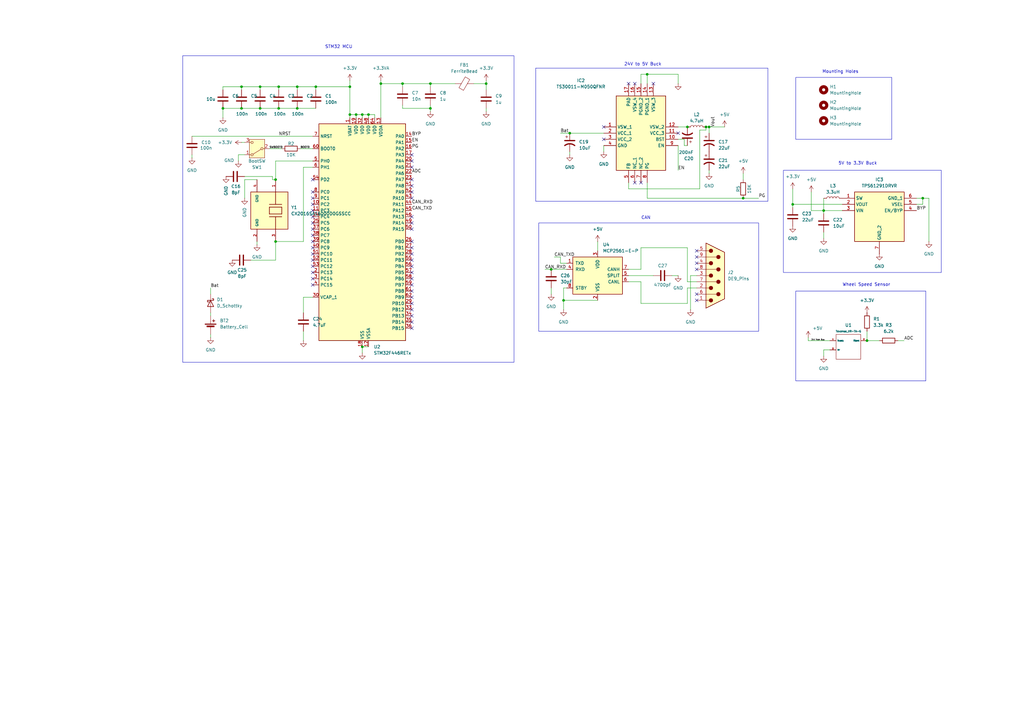
<source format=kicad_sch>
(kicad_sch (version 20250114) (generator "eeschema") (generator_version "9.0")
  (paper "A3")
  (lib_symbols
    (symbol "Connector:DE9_Pins" (pin_names (offset 1.016) (hide yes))
      (property "Reference" "J" (at 0 13.97 0))
      (property "Value" "DE9_Pins" (at 0 -14.605 0))
      (symbol "DE9_Pins_0_1"
        (polyline (pts (xy -3.81 10.16) (xy -2.54 10.16)))
        (polyline (pts (xy -3.81 7.62) (xy 0.508 7.62)))
        (polyline (pts (xy -3.81 5.08) (xy -2.54 5.08)))
        (polyline (pts (xy -3.81 2.54) (xy 0.508 2.54)))
        (polyline (pts (xy -3.81 0) (xy -2.54 0)))
        (polyline (pts (xy -3.81 -2.54) (xy 0.508 -2.54)))
        (polyline (pts (xy -3.81 -5.08) (xy -2.54 -5.08)))
        (polyline (pts (xy -3.81 -7.62) (xy 0.508 -7.62)))
        (polyline (pts (xy -3.81 -10.16) (xy -2.54 -10.16)))
        (polyline (pts (xy -3.81 -13.335) (xy -3.81 13.335) (xy 3.81 9.525) (xy 3.81 -9.525) (xy -3.81 -13.335)) (stroke (width 0.254)) (fill (type background)))
        (circle (center -1.778 10.16) (radius 0.762) (fill (type outline)))
        (circle (center -1.778 5.08) (radius 0.762) (fill (type outline)))
        (circle (center -1.778 0) (radius 0.762) (fill (type outline)))
        (circle (center -1.778 -5.08) (radius 0.762) (fill (type outline)))
        (circle (center -1.778 -10.16) (radius 0.762) (fill (type outline)))
        (circle (center 1.27 7.62) (radius 0.762) (fill (type outline)))
        (circle (center 1.27 2.54) (radius 0.762) (fill (type outline)))
        (circle (center 1.27 -2.54) (radius 0.762) (fill (type outline)))
        (circle (center 1.27 -7.62) (radius 0.762) (fill (type outline)))
      )
      (symbol "DE9_Pins_1_1"
        (pin passive line (at -7.62 10.16 0) (length 3.81) (name "5") (number "5"))
        (pin passive line (at -7.62 7.62 0) (length 3.81) (name "9") (number "9"))
        (pin passive line (at -7.62 5.08 0) (length 3.81) (name "4") (number "4"))
        (pin passive line (at -7.62 2.54 0) (length 3.81) (name "8") (number "8"))
        (pin passive line (at -7.62 0 0) (length 3.81) (name "3") (number "3"))
        (pin passive line (at -7.62 -2.54 0) (length 3.81) (name "7") (number "7"))
        (pin passive line (at -7.62 -5.08 0) (length 3.81) (name "2") (number "2"))
        (pin passive line (at -7.62 -7.62 0) (length 3.81) (name "6") (number "6"))
        (pin passive line (at -7.62 -10.16 0) (length 3.81) (name "1") (number "1"))
      )
    )
    (symbol "Custom_Symbols:CX2016SA16000D0GSSCC" (pin_names (offset 1.016))
      (property "Reference" "Y" (at -7.62 8.255 0))
      (property "Value" "CX2016SA16000D0GSSCC" (at -7.62 -10.16 0))
      (symbol "CX2016SA16000D0GSSCC_0_0"
        (polyline (pts (xy -7.62 2.54) (xy -2.54 2.54)) (stroke (width 0.254)))
        (rectangle (start -7.62 -7.62) (end 7.62 7.62) (stroke (width 0.254)) (fill (type background)))
        (polyline (pts (xy -2.54 5.08) (xy -2.54 0)) (stroke (width 0.254)))
        (polyline (pts (xy -1.397 5.08) (xy -1.397 0)) (stroke (width 0.254)))
        (polyline (pts (xy -1.397 5.08) (xy 1.397 5.08)) (stroke (width 0.254)))
        (polyline (pts (xy 1.397 5.08) (xy 1.397 0)) (stroke (width 0.254)))
        (polyline (pts (xy 1.397 0) (xy -1.397 0)) (stroke (width 0.254)))
        (polyline (pts (xy 2.54 5.08) (xy 2.54 0)) (stroke (width 0.254)))
        (polyline (pts (xy 2.54 2.54) (xy 7.62 2.54)) (stroke (width 0.254)))
        (pin passive line (at -12.7 2.54 0) (length 5.08) (name "~") (number "1"))
        (pin passive line (at 12.7 2.54 180) (length 5.08) (name "~") (number "3"))
        (pin power_in line (at 12.7 -5.08 180) (length 5.08) (name "GND") (number "2"))
      )
      (symbol "CX2016SA16000D0GSSCC_1_0"
        (pin power_in line (at -12.7 -5.08 0) (length 5.08) (name "GND") (number "4"))
      )
    )
    (symbol "Custom_Symbols:TPS61291DRVR"
      (property "Reference" "IC" (at 26.67 7.62 0))
      (property "Value" "TPS61291DRVR" (at 26.67 5.08 0))
      (symbol "TPS61291DRVR_1_1"
        (rectangle (start 5.08 2.54) (end 25.4 -17.78) (stroke (width 0.254)) (fill (type background)))
        (pin passive line (at 0 0 0) (length 5.08) (name "SW") (number "1"))
        (pin passive line (at 0 -2.54 0) (length 5.08) (name "VOUT") (number "2"))
        (pin passive line (at 0 -5.08 0) (length 5.08) (name "VIN") (number "3"))
        (pin passive line (at 15.24 -22.86 90) (length 5.08) (name "GND_2") (number "7"))
        (pin passive line (at 30.48 0 180) (length 5.08) (name "GND_1") (number "6"))
        (pin passive line (at 30.48 -2.54 180) (length 5.08) (name "VSEL") (number "5"))
        (pin passive line (at 30.48 -5.08 180) (length 5.08) (name "EN/BYP") (number "4"))
      )
    )
    (symbol "Custom_Symbols:TS30011-M050QFNR"
      (property "Reference" "IC" (at 26.67 17.78 0))
      (property "Value" "TS30011-M050QFNR" (at 26.67 15.24 0))
      (symbol "TS30011-M050QFNR_1_1"
        (rectangle (start 5.08 12.7) (end 25.4 -17.78) (stroke (width 0.254)) (fill (type background)))
        (pin passive line (at 0 0 0) (length 5.08) (name "VSW_1") (number "1"))
        (pin passive line (at 0 -2.54 0) (length 5.08) (name "VCC_1") (number "2"))
        (pin passive line (at 0 -5.08 0) (length 5.08) (name "VCC_2") (number "3"))
        (pin passive line (at 0 -7.62 0) (length 5.08) (name "GND") (number "4"))
        (pin passive line (at 10.16 17.78 270) (length 5.08) (name "PAD") (number "17"))
        (pin passive line (at 10.16 -22.86 90) (length 5.08) (name "FB") (number "5"))
        (pin passive line (at 12.7 17.78 270) (length 5.08) (name "VSW_4") (number "16"))
        (pin passive line (at 12.7 -22.86 90) (length 5.08) (name "NC_1") (number "6"))
        (pin passive line (at 15.24 17.78 270) (length 5.08) (name "PGND_2") (number "15"))
        (pin passive line (at 15.24 -22.86 90) (length 5.08) (name "NC_2") (number "7"))
        (pin passive line (at 17.78 17.78 270) (length 5.08) (name "PGND_1") (number "14"))
        (pin passive line (at 17.78 -22.86 90) (length 5.08) (name "PG") (number "8"))
        (pin passive line (at 20.32 17.78 270) (length 5.08) (name "VSW_3") (number "13"))
        (pin passive line (at 30.48 0 180) (length 5.08) (name "VSW_2") (number "12"))
        (pin passive line (at 30.48 -2.54 180) (length 5.08) (name "VCC_3") (number "11"))
        (pin passive line (at 30.48 -5.08 180) (length 5.08) (name "BST") (number "10"))
        (pin passive line (at 30.48 -7.62 180) (length 5.08) (name "EN") (number "9"))
      )
    )
    (symbol "Custom_Symbols:VR_TA-G"
      (property "Reference" "U" (at 0 6.35 0))
      (property "Value" "Texense_VR-TA-G" (at 0 -6.858 0))
      (symbol "VR_TA-G_0_1"
        (rectangle (start -5.08 5.08) (end 5.08 -5.08))
      )
      (symbol "VR_TA-G_1_1"
        (pin input line (at -7.62 2.54 0) (length 2.54) (name "Supply") (number "1"))
        (pin output line (at -7.62 -1.27 0) (length 2.54) (name "0V") (number "3"))
        (pin output line (at 7.62 2.54 180) (length 2.54) (name "Signal") (number "2"))
      )
    )
    (symbol "Device:Battery_Cell" (pin_numbers (hide yes)) (pin_names (offset 0) (hide yes))
      (property "Reference" "BT" (at 2.54 2.54 0))
      (property "Value" "Battery_Cell" (at 2.54 0 0))
      (symbol "Battery_Cell_0_1"
        (rectangle (start -2.286 1.778) (end 2.286 1.524) (fill (type outline)))
        (rectangle (start -1.524 1.016) (end 1.524 0.508) (fill (type outline)))
        (polyline (pts (xy 0 1.778) (xy 0 2.54)))
        (polyline (pts (xy 0 0.762) (xy 0 0)))
        (polyline (pts (xy 0.762 3.048) (xy 1.778 3.048)) (stroke (width 0.254)))
        (polyline (pts (xy 1.27 3.556) (xy 1.27 2.54)) (stroke (width 0.254)))
      )
      (symbol "Battery_Cell_1_1"
        (pin passive line (at 0 5.08 270) (length 2.54) (name "+") (number "1"))
        (pin passive line (at 0 -2.54 90) (length 2.54) (name "-") (number "2"))
      )
    )
    (symbol "Device:C" (pin_numbers (hide yes)) (pin_names (offset 0.254))
      (property "Reference" "C" (at 0.635 2.54 0))
      (property "Value" "C" (at 0.635 -2.54 0))
      (symbol "C_0_1"
        (polyline (pts (xy -2.032 0.762) (xy 2.032 0.762)) (stroke (width 0.508)))
        (polyline (pts (xy -2.032 -0.762) (xy 2.032 -0.762)) (stroke (width 0.508)))
      )
      (symbol "C_1_1"
        (pin passive line (at 0 3.81 270) (length 2.794) (name "~") (number "1"))
        (pin passive line (at 0 -3.81 90) (length 2.794) (name "~") (number "2"))
      )
    )
    (symbol "Device:C_Polarized_US" (pin_numbers (hide yes)) (pin_names (offset 0.254) (hide yes))
      (property "Reference" "C" (at 0.635 2.54 0))
      (property "Value" "C_Polarized_US" (at 0.635 -2.54 0))
      (symbol "C_Polarized_US_0_1"
        (polyline (pts (xy -2.032 0.762) (xy 2.032 0.762)) (stroke (width 0.508)))
        (polyline (pts (xy -1.778 2.286) (xy -0.762 2.286)))
        (polyline (pts (xy -1.27 1.778) (xy -1.27 2.794)))
        (arc (start -2.032 -1.27) (mid 0 -0.5572) (end 2.032 -1.27) (stroke (width 0.508)))
      )
      (symbol "C_Polarized_US_1_1"
        (pin passive line (at 0 3.81 270) (length 2.794) (name "~") (number "1"))
        (pin passive line (at 0 -3.81 90) (length 3.302) (name "~") (number "2"))
      )
    )
    (symbol "Device:D_Schottky" (pin_numbers (hide yes)) (pin_names (offset 1.016) (hide yes))
      (property "Reference" "D" (at 0 2.54 0))
      (property "Value" "D_Schottky" (at 0 -2.54 0))
      (symbol "D_Schottky_0_1"
        (polyline (pts (xy -1.905 0.635) (xy -1.905 1.27) (xy -1.27 1.27) (xy -1.27 -1.27) (xy -0.635 -1.27) (xy -0.635 -0.635)) (stroke (width 0.254)))
        (polyline (pts (xy 1.27 1.27) (xy 1.27 -1.27) (xy -1.27 0) (xy 1.27 1.27)) (stroke (width 0.254)))
        (polyline (pts (xy 1.27 0) (xy -1.27 0)))
      )
      (symbol "D_Schottky_1_1"
        (pin passive line (at -3.81 0 0) (length 2.54) (name "K") (number "1"))
        (pin passive line (at 3.81 0 180) (length 2.54) (name "A") (number "2"))
      )
    )
    (symbol "Device:FerriteBead" (pin_numbers (hide yes)) (pin_names (offset 0))
      (property "Reference" "FB" (at -3.81 0.635 90))
      (property "Value" "FerriteBead" (at 3.81 0 90))
      (symbol "FerriteBead_0_1"
        (polyline (pts (xy -2.7686 0.4064) (xy -1.7018 2.2606) (xy 2.7686 -0.3048) (xy 1.6764 -2.159) (xy -2.7686 0.4064)))
        (polyline (pts (xy 0 1.27) (xy 0 1.2954)))
        (polyline (pts (xy 0 -1.27) (xy 0 -1.2192)))
      )
      (symbol "FerriteBead_1_1"
        (pin passive line (at 0 3.81 270) (length 2.54) (name "~") (number "1"))
        (pin passive line (at 0 -3.81 90) (length 2.54) (name "~") (number "2"))
      )
    )
    (symbol "Device:L" (pin_numbers (hide yes)) (pin_names (offset 1.016) (hide yes))
      (property "Reference" "L" (at -1.27 0 90))
      (property "Value" "L" (at 1.905 0 90))
      (symbol "L_0_1"
        (arc (start 0 2.54) (mid 0.6323 1.905) (end 0 1.27))
        (arc (start 0 1.27) (mid 0.6323 0.635) (end 0 0))
        (arc (start 0 0) (mid 0.6323 -0.635) (end 0 -1.27))
        (arc (start 0 -1.27) (mid 0.6323 -1.905) (end 0 -2.54))
      )
      (symbol "L_1_1"
        (pin passive line (at 0 3.81 270) (length 1.27) (name "1") (number "1"))
        (pin passive line (at 0 -3.81 90) (length 1.27) (name "2") (number "2"))
      )
    )
    (symbol "Device:R" (pin_numbers (hide yes)) (pin_names (offset 0))
      (property "Reference" "R" (at 2.032 0 90))
      (property "Value" "R" (at 0 0 90))
      (symbol "R_0_1"
        (rectangle (start -1.016 -2.54) (end 1.016 2.54) (stroke (width 0.254)))
      )
      (symbol "R_1_1"
        (pin passive line (at 0 3.81 270) (length 1.27) (name "~") (number "1"))
        (pin passive line (at 0 -3.81 90) (length 1.27) (name "~") (number "2"))
      )
    )
    (symbol "Interface_CAN_LIN:MCP2561-E-P" (pin_names (offset 1.016))
      (property "Reference" "U" (at -10.16 8.89 0))
      (property "Value" "MCP2561-E-P" (at 2.54 8.89 0))
      (symbol "MCP2561-E-P_0_1"
        (rectangle (start -10.16 7.62) (end 10.16 -7.62) (stroke (width 0.254)) (fill (type background)))
      )
      (symbol "MCP2561-E-P_1_1"
        (pin input line (at -12.7 5.08 0) (length 2.54) (name "TXD") (number "1"))
        (pin output line (at -12.7 2.54 0) (length 2.54) (name "RXD") (number "4"))
        (pin input line (at -12.7 -5.08 0) (length 2.54) (name "STBY") (number "8"))
        (pin power_in line (at 0 10.16 270) (length 2.54) (name "VDD") (number "3"))
        (pin power_in line (at 0 -10.16 90) (length 2.54) (name "VSS") (number "2"))
        (pin bidirectional line (at 12.7 2.54 180) (length 2.54) (name "CANH") (number "7"))
        (pin passive line (at 12.7 0 180) (length 2.54) (name "SPLIT") (number "5"))
        (pin bidirectional line (at 12.7 -2.54 180) (length 2.54) (name "CANL") (number "6"))
      )
    )
    (symbol "MCU_ST_STM32F4:STM32F446RETx"
      (property "Reference" "U" (at -17.78 46.99 0))
      (property "Value" "STM32F446RETx" (at 10.16 46.99 0))
      (symbol "STM32F446RETx_0_1"
        (rectangle (start -17.78 -43.18) (end 17.78 45.72) (stroke (width 0.254)) (fill (type background)))
      )
      (symbol "STM32F446RETx_1_1"
        (pin input line (at -20.32 40.64 0) (length 2.54) (name "NRST") (number "7"))
        (pin input line (at -20.32 35.56 0) (length 2.54) (name "BOOT0") (number "60"))
        (pin bidirectional line (at -20.32 30.48 0) (length 2.54) (name "PH0") (number "5"))
        (pin bidirectional line (at -20.32 27.94 0) (length 2.54) (name "PH1") (number "6"))
        (pin bidirectional line (at -20.32 22.86 0) (length 2.54) (name "PD2") (number "54"))
        (pin bidirectional line (at -20.32 17.78 0) (length 2.54) (name "PC0") (number "8"))
        (pin bidirectional line (at -20.32 15.24 0) (length 2.54) (name "PC1") (number "9"))
        (pin bidirectional line (at -20.32 12.7 0) (length 2.54) (name "PC2") (number "10"))
        (pin bidirectional line (at -20.32 10.16 0) (length 2.54) (name "PC3") (number "11"))
        (pin bidirectional line (at -20.32 7.62 0) (length 2.54) (name "PC4") (number "24"))
        (pin bidirectional line (at -20.32 5.08 0) (length 2.54) (name "PC5") (number "25"))
        (pin bidirectional line (at -20.32 2.54 0) (length 2.54) (name "PC6") (number "37"))
        (pin bidirectional line (at -20.32 0 0) (length 2.54) (name "PC7") (number "38"))
        (pin bidirectional line (at -20.32 -2.54 0) (length 2.54) (name "PC8") (number "39"))
        (pin bidirectional line (at -20.32 -5.08 0) (length 2.54) (name "PC9") (number "40"))
        (pin bidirectional line (at -20.32 -7.62 0) (length 2.54) (name "PC10") (number "51"))
        (pin bidirectional line (at -20.32 -10.16 0) (length 2.54) (name "PC11") (number "52"))
        (pin bidirectional line (at -20.32 -12.7 0) (length 2.54) (name "PC12") (number "53"))
        (pin bidirectional line (at -20.32 -15.24 0) (length 2.54) (name "PC13") (number "2"))
        (pin bidirectional line (at -20.32 -17.78 0) (length 2.54) (name "PC14") (number "3"))
        (pin bidirectional line (at -20.32 -20.32 0) (length 2.54) (name "PC15") (number "4"))
        (pin power_out line (at -20.32 -25.4 0) (length 2.54) (name "VCAP_1") (number "30"))
        (pin power_in line (at -5.08 48.26 270) (length 2.54) (name "VBAT") (number "1"))
        (pin power_in line (at -2.54 48.26 270) (length 2.54) (name "VDD") (number "19"))
        (pin power_in line (at 0 48.26 270) (length 2.54) (name "VDD") (number "32"))
        (pin power_in line (at 0 -45.72 90) (length 2.54) (name "VSS") (number "18"))
        (pin passive line (at 0 -45.72 90) (length 2.54) (hide yes) (name "VSS") (number "31"))
        (pin passive line (at 0 -45.72 90) (length 2.54) (hide yes) (name "VSS") (number "47"))
        (pin passive line (at 0 -45.72 90) (length 2.54) (hide yes) (name "VSS") (number "63"))
        (pin power_in line (at 2.54 48.26 270) (length 2.54) (name "VDD") (number "48"))
        (pin power_in line (at 2.54 -45.72 90) (length 2.54) (name "VSSA") (number "12"))
        (pin power_in line (at 5.08 48.26 270) (length 2.54) (name "VDD") (number "64"))
        (pin power_in line (at 7.62 48.26 270) (length 2.54) (name "VDDA") (number "13"))
        (pin bidirectional line (at 20.32 40.64 180) (length 2.54) (name "PA0") (number "14"))
        (pin bidirectional line (at 20.32 38.1 180) (length 2.54) (name "PA1") (number "15"))
        (pin bidirectional line (at 20.32 35.56 180) (length 2.54) (name "PA2") (number "16"))
        (pin bidirectional line (at 20.32 33.02 180) (length 2.54) (name "PA3") (number "17"))
        (pin bidirectional line (at 20.32 30.48 180) (length 2.54) (name "PA4") (number "20"))
        (pin bidirectional line (at 20.32 27.94 180) (length 2.54) (name "PA5") (number "21"))
        (pin bidirectional line (at 20.32 25.4 180) (length 2.54) (name "PA6") (number "22"))
        (pin bidirectional line (at 20.32 22.86 180) (length 2.54) (name "PA7") (number "23"))
        (pin bidirectional line (at 20.32 20.32 180) (length 2.54) (name "PA8") (number "41"))
        (pin bidirectional line (at 20.32 17.78 180) (length 2.54) (name "PA9") (number "42"))
        (pin bidirectional line (at 20.32 15.24 180) (length 2.54) (name "PA10") (number "43"))
        (pin bidirectional line (at 20.32 12.7 180) (length 2.54) (name "PA11") (number "44"))
        (pin bidirectional line (at 20.32 10.16 180) (length 2.54) (name "PA12") (number "45"))
        (pin bidirectional line (at 20.32 7.62 180) (length 2.54) (name "PA13") (number "46"))
        (pin bidirectional line (at 20.32 5.08 180) (length 2.54) (name "PA14") (number "49"))
        (pin bidirectional line (at 20.32 2.54 180) (length 2.54) (name "PA15") (number "50"))
        (pin bidirectional line (at 20.32 -2.54 180) (length 2.54) (name "PB0") (number "26"))
        (pin bidirectional line (at 20.32 -5.08 180) (length 2.54) (name "PB1") (number "27"))
        (pin bidirectional line (at 20.32 -7.62 180) (length 2.54) (name "PB2") (number "28"))
        (pin bidirectional line (at 20.32 -10.16 180) (length 2.54) (name "PB3") (number "55"))
        (pin bidirectional line (at 20.32 -12.7 180) (length 2.54) (name "PB4") (number "56"))
        (pin bidirectional line (at 20.32 -15.24 180) (length 2.54) (name "PB5") (number "57"))
        (pin bidirectional line (at 20.32 -17.78 180) (length 2.54) (name "PB6") (number "58"))
        (pin bidirectional line (at 20.32 -20.32 180) (length 2.54) (name "PB7") (number "59"))
        (pin bidirectional line (at 20.32 -22.86 180) (length 2.54) (name "PB8") (number "61"))
        (pin bidirectional line (at 20.32 -25.4 180) (length 2.54) (name "PB9") (number "62"))
        (pin bidirectional line (at 20.32 -27.94 180) (length 2.54) (name "PB10") (number "29"))
        (pin bidirectional line (at 20.32 -30.48 180) (length 2.54) (name "PB12") (number "33"))
        (pin bidirectional line (at 20.32 -33.02 180) (length 2.54) (name "PB13") (number "34"))
        (pin bidirectional line (at 20.32 -35.56 180) (length 2.54) (name "PB14") (number "35"))
        (pin bidirectional line (at 20.32 -38.1 180) (length 2.54) (name "PB15") (number "36"))
      )
    )
    (symbol "Mechanical:MountingHole" (pin_names (offset 1.016)) (in_bom no)
      (property "Reference" "H" (at 0 5.08 0))
      (property "Value" "MountingHole" (at 0 3.175 0))
      (symbol "MountingHole_0_1"
        (circle (center 0 0) (radius 1.27) (stroke (width 1.27)))
      )
    )
    (symbol "Switch:SW_SPDT" (pin_names (offset 0) (hide yes))
      (property "Reference" "SW" (at 0 5.08 0))
      (property "Value" "SW_SPDT" (at 0 -5.08 0))
      (symbol "SW_SPDT_0_1"
        (circle (center -2.032 0) (radius 0.4572))
        (polyline (pts (xy -1.651 0.254) (xy 1.651 2.286)))
        (circle (center 2.032 2.54) (radius 0.4572))
        (circle (center 2.032 -2.54) (radius 0.4572))
      )
      (symbol "SW_SPDT_1_1"
        (rectangle (start -3.175 3.81) (end 3.175 -3.81) (fill (type background)))
        (pin passive line (at -5.08 0 0) (length 2.54) (name "B") (number "2"))
        (pin passive line (at 5.08 2.54 180) (length 2.54) (name "A") (number "1"))
        (pin passive line (at 5.08 -2.54 180) (length 2.54) (name "C") (number "3"))
      )
    )
    (symbol "power:+24V" (power) (pin_numbers (hide yes)) (pin_names (offset 0) (hide yes))
      (property "Value" "+24V" (at 0 3.556 0))
      (symbol "+24V_0_1"
        (polyline (pts (xy -0.762 1.27) (xy 0 2.54)))
        (polyline (pts (xy 0 2.54) (xy 0.762 1.27)))
        (polyline (pts (xy 0 0) (xy 0 2.54)))
      )
      (symbol "+24V_1_1"
        (pin power_in line (at 0 0 90) (length 0) (name "~") (number "1"))
      )
    )
    (symbol "power:+3.3V" (power) (pin_numbers (hide yes)) (pin_names (offset 0) (hide yes))
      (property "Value" "+3.3V" (at 0 3.556 0))
      (symbol "+3.3V_0_1"
        (polyline (pts (xy -0.762 1.27) (xy 0 2.54)))
        (polyline (pts (xy 0 2.54) (xy 0.762 1.27)))
        (polyline (pts (xy 0 0) (xy 0 2.54)))
      )
      (symbol "+3.3V_1_1"
        (pin power_in line (at 0 0 90) (length 0) (name "~") (number "1"))
      )
    )
    (symbol "power:+5V" (power) (pin_numbers (hide yes)) (pin_names (offset 0) (hide yes))
      (property "Value" "+5V" (at 0 3.556 0))
      (symbol "+5V_0_1"
        (polyline (pts (xy -0.762 1.27) (xy 0 2.54)))
        (polyline (pts (xy 0 2.54) (xy 0.762 1.27)))
        (polyline (pts (xy 0 0) (xy 0 2.54)))
      )
      (symbol "+5V_1_1"
        (pin power_in line (at 0 0 90) (length 0) (name "~") (number "1"))
      )
    )
    (symbol "power:GND" (power) (pin_numbers (hide yes)) (pin_names (offset 0) (hide yes))
      (property "Value" "GND" (at 0 -3.81 0))
      (symbol "GND_0_1"
        (polyline (pts (xy 0 0) (xy 0 -1.27) (xy 1.27 -1.27) (xy 0 -2.54) (xy -1.27 -1.27) (xy 0 -1.27)))
      )
      (symbol "GND_1_1"
        (pin power_in line (at 0 0 270) (length 0) (name "~") (number "1"))
      )
    )
  )
  (rectangle (start 74.93 22.86) (end 210.82 148.59))
  (rectangle (start 326.39 119.38) (end 379.73 156.21))
  (rectangle (start 220.98 91.44) (end 311.15 135.89))
  (rectangle (start 321.31 69.85) (end 386.08 111.76))
  (rectangle (start 219.71 27.94) (end 314.96 82.55))
  (rectangle (start 326.39 31.75) (end 365.76 57.15))
  (text "24V to 5V Buck\n\n" (at 263.652 27.432 0) (effects (font (size 1.27 1.27))))
  (text "5V to 3.3V Buck\n" (at 351.79 67.056 0) (effects (font (size 1.27 1.27))))
  (text "Mounting Holes\n" (at 344.678 29.464 0) (effects (font (size 1.27 1.27))))
  (text "STM32 MCU" (at 138.938 19.304 0) (effects (font (size 1.27 1.27))))
  (text "Wheel Speed Sensor\n" (at 355.346 116.84 0) (effects (font (size 1.27 1.27))))
  (text "CAN\n" (at 264.922 89.408 0) (effects (font (size 1.27 1.27))))
  (junction (at 355.6 139.7))
  (junction (at 114.3 35.56))
  (junction (at 121.92 35.56))
  (junction (at 231.14 123.19))
  (junction (at 176.53 44.45))
  (junction (at 113.03 99.06))
  (junction (at 290.83 52.07))
  (junction (at 113.03 73.66))
  (junction (at 91.44 44.45))
  (junction (at 99.06 35.56))
  (junction (at 129.54 35.56))
  (junction (at 99.06 44.45))
  (junction (at 378.46 81.28))
  (junction (at 143.51 35.56))
  (junction (at 265.43 30.48))
  (junction (at 199.39 34.29))
  (junction (at 114.3 44.45))
  (junction (at 151.13 46.99))
  (junction (at 165.1 34.29))
  (junction (at 304.8 81.28))
  (junction (at 121.92 44.45))
  (junction (at 146.05 46.99))
  (junction (at 176.53 34.29))
  (junction (at 289.56 52.07))
  (junction (at 143.51 46.99))
  (junction (at 156.21 34.29))
  (junction (at 106.68 44.45))
  (junction (at 281.94 52.07))
  (junction (at 325.12 83.82))
  (junction (at 226.06 110.49))
  (junction (at 337.82 86.36))
  (junction (at 148.59 142.24))
  (junction (at 233.68 54.61))
  (junction (at 148.59 46.99))
  (junction (at 106.68 35.56))
  (no_connect (at 128.27 78.74))
  (no_connect (at 168.91 99.06))
  (no_connect (at 168.91 114.3))
  (no_connect (at 262.89 74.93))
  (no_connect (at 168.91 106.68))
  (no_connect (at 168.91 76.2))
  (no_connect (at 128.27 101.6))
  (no_connect (at 128.27 106.68))
  (no_connect (at 168.91 124.46))
  (no_connect (at 168.91 91.44))
  (no_connect (at 285.75 102.87))
  (no_connect (at 128.27 81.28))
  (no_connect (at 168.91 127))
  (no_connect (at 168.91 73.66))
  (no_connect (at 260.35 34.29))
  (no_connect (at 168.91 109.22))
  (no_connect (at 168.91 68.58))
  (no_connect (at 128.27 96.52))
  (no_connect (at 257.81 34.29))
  (no_connect (at 247.65 52.07))
  (no_connect (at 128.27 99.06))
  (no_connect (at 168.91 129.54))
  (no_connect (at 260.35 74.93))
  (no_connect (at 168.91 116.84))
  (no_connect (at 128.27 104.14))
  (no_connect (at 285.75 105.41))
  (no_connect (at 128.27 83.82))
  (no_connect (at 168.91 63.5))
  (no_connect (at 278.13 54.61))
  (no_connect (at 168.91 93.98))
  (no_connect (at 128.27 73.66))
  (no_connect (at 168.91 134.62))
  (no_connect (at 168.91 104.14))
  (no_connect (at 285.75 123.19))
  (no_connect (at 128.27 93.98))
  (no_connect (at 168.91 101.6))
  (no_connect (at 168.91 81.28))
  (no_connect (at 128.27 86.36))
  (no_connect (at 168.91 111.76))
  (no_connect (at 285.75 120.65))
  (no_connect (at 128.27 114.3))
  (no_connect (at 128.27 91.44))
  (no_connect (at 168.91 78.74))
  (no_connect (at 168.91 121.92))
  (no_connect (at 168.91 132.08))
  (no_connect (at 168.91 88.9))
  (no_connect (at 247.65 57.15))
  (no_connect (at 168.91 119.38))
  (no_connect (at 267.97 34.29))
  (no_connect (at 128.27 111.76))
  (no_connect (at 168.91 66.04))
  (no_connect (at 128.27 116.84))
  (no_connect (at 285.75 107.95))
  (no_connect (at 285.75 110.49))
  (no_connect (at 128.27 88.9))
  (no_connect (at 128.27 109.22))
  (wire (pts (xy 124.46 135.89) (xy 124.46 139.7)))
  (wire (pts (xy 287.02 53.34) (xy 289.56 53.34)))
  (wire (pts (xy 262.89 30.48) (xy 265.43 30.48)))
  (wire (pts (xy 223.52 110.49) (xy 226.06 110.49)))
  (wire (pts (xy 265.43 30.48) (xy 278.13 30.48)))
  (wire (pts (xy 262.89 124.46) (xy 281.94 124.46)))
  (wire (pts (xy 378.46 81.28) (xy 378.46 83.82)))
  (wire (pts (xy 176.53 34.29) (xy 186.69 34.29)))
  (wire (pts (xy 146.05 46.99) (xy 146.05 48.26)))
  (wire (pts (xy 345.44 83.82) (xy 325.12 83.82)))
  (wire (pts (xy 381 99.06) (xy 381 81.28)))
  (wire (pts (xy 143.51 46.99) (xy 146.05 46.99)))
  (wire (pts (xy 86.36 138.43) (xy 86.36 137.16)))
  (wire (pts (xy 290.83 71.12) (xy 290.83 69.85)))
  (wire (pts (xy 375.92 81.28) (xy 378.46 81.28)))
  (wire (pts (xy 156.21 34.29) (xy 156.21 48.26)))
  (wire (pts (xy 91.44 35.56) (xy 91.44 36.83)))
  (wire (pts (xy 113.03 99.06) (xy 113.03 106.68)))
  (wire (pts (xy 257.81 74.93) (xy 257.81 77.47)))
  (wire (pts (xy 227.33 105.41) (xy 229.87 105.41)))
  (wire (pts (xy 233.68 62.23) (xy 233.68 63.5)))
  (wire (pts (xy 257.81 110.49) (xy 262.89 110.49)))
  (wire (pts (xy 265.43 74.93) (xy 265.43 81.28)))
  (wire (pts (xy 199.39 36.83) (xy 199.39 34.29)))
  (wire (pts (xy 262.89 115.57) (xy 262.89 124.46)))
  (wire (pts (xy 176.53 34.29) (xy 165.1 34.29)))
  (wire (pts (xy 143.51 35.56) (xy 129.54 35.56)))
  (wire (pts (xy 91.44 44.45) (xy 91.44 48.26)))
  (wire (pts (xy 337.82 143.51) (xy 337.82 146.05)))
  (wire (pts (xy 148.59 46.99) (xy 151.13 46.99)))
  (wire (pts (xy 106.68 35.56) (xy 114.3 35.56)))
  (wire (pts (xy 99.06 58.42) (xy 100.33 58.42)))
  (wire (pts (xy 331.47 139.7) (xy 340.36 139.7)))
  (wire (pts (xy 262.89 101.6) (xy 281.94 101.6)))
  (wire (pts (xy 278.13 69.85) (xy 278.13 59.69)))
  (wire (pts (xy 146.05 46.99) (xy 148.59 46.99)))
  (wire (pts (xy 229.87 107.95) (xy 232.41 107.95)))
  (wire (pts (xy 281.94 115.57) (xy 285.75 115.57)))
  (wire (pts (xy 340.36 143.51) (xy 337.82 143.51)))
  (wire (pts (xy 86.36 128.27) (xy 86.36 129.54)))
  (wire (pts (xy 100.33 73.66) (xy 100.33 81.28)))
  (wire (pts (xy 106.68 35.56) (xy 106.68 36.83)))
  (wire (pts (xy 91.44 35.56) (xy 99.06 35.56)))
  (wire (pts (xy 113.03 73.66) (xy 111.76 73.66)))
  (wire (pts (xy 229.87 105.41) (xy 229.87 107.95)))
  (wire (pts (xy 229.87 54.61) (xy 233.68 54.61)))
  (wire (pts (xy 124.46 68.58) (xy 124.46 99.06)))
  (wire (pts (xy 290.83 52.07) (xy 297.18 52.07)))
  (wire (pts (xy 199.39 34.29) (xy 194.31 34.29)))
  (wire (pts (xy 124.46 99.06) (xy 113.03 99.06)))
  (wire (pts (xy 102.87 106.68) (xy 113.03 106.68)))
  (wire (pts (xy 110.49 60.96) (xy 115.57 60.96)))
  (wire (pts (xy 232.41 118.11) (xy 231.14 118.11)))
  (wire (pts (xy 231.14 123.19) (xy 231.14 127)))
  (wire (pts (xy 78.74 55.88) (xy 128.27 55.88)))
  (wire (pts (xy 233.68 54.61) (xy 247.65 54.61)))
  (wire (pts (xy 325.12 85.09) (xy 325.12 83.82)))
  (wire (pts (xy 337.82 86.36) (xy 345.44 86.36)))
  (wire (pts (xy 165.1 43.18) (xy 165.1 44.45)))
  (wire (pts (xy 245.11 99.06) (xy 245.11 102.87)))
  (wire (pts (xy 143.51 33.02) (xy 143.51 35.56)))
  (wire (pts (xy 226.06 110.49) (xy 232.41 110.49)))
  (wire (pts (xy 143.51 35.56) (xy 143.51 46.99)))
  (wire (pts (xy 304.8 71.12) (xy 304.8 73.66)))
  (wire (pts (xy 280.67 57.15) (xy 280.67 59.69)))
  (wire (pts (xy 337.82 95.25) (xy 337.82 97.79)))
  (wire (pts (xy 278.13 30.48) (xy 278.13 34.29)))
  (wire (pts (xy 148.59 46.99) (xy 148.59 48.26)))
  (wire (pts (xy 281.94 118.11) (xy 285.75 118.11)))
  (wire (pts (xy 280.67 59.69) (xy 281.94 59.69)))
  (wire (pts (xy 257.81 77.47) (xy 287.02 77.47)))
  (wire (pts (xy 226.06 118.11) (xy 226.06 120.65)))
  (wire (pts (xy 165.1 35.56) (xy 165.1 34.29)))
  (wire (pts (xy 257.81 113.03) (xy 267.97 113.03)))
  (wire (pts (xy 289.56 52.07) (xy 290.83 52.07)))
  (wire (pts (xy 278.13 57.15) (xy 280.67 57.15)))
  (wire (pts (xy 289.56 53.34) (xy 289.56 52.07)))
  (wire (pts (xy 275.59 113.03) (xy 278.13 113.03)))
  (wire (pts (xy 325.12 77.47) (xy 325.12 83.82)))
  (wire (pts (xy 78.74 63.5) (xy 78.74 64.77)))
  (wire (pts (xy 121.92 35.56) (xy 121.92 36.83)))
  (wire (pts (xy 304.8 81.28) (xy 311.15 81.28)))
  (wire (pts (xy 281.94 124.46) (xy 281.94 118.11)))
  (wire (pts (xy 176.53 44.45) (xy 176.53 45.72)))
  (wire (pts (xy 114.3 35.56) (xy 121.92 35.56)))
  (wire (pts (xy 100.33 63.5) (xy 97.79 63.5)))
  (wire (pts (xy 176.53 43.18) (xy 176.53 44.45)))
  (wire (pts (xy 247.65 59.69) (xy 247.65 62.23)))
  (wire (pts (xy 332.74 86.36) (xy 337.82 86.36)))
  (wire (pts (xy 121.92 35.56) (xy 129.54 35.56)))
  (wire (pts (xy 129.54 35.56) (xy 129.54 36.83)))
  (wire (pts (xy 128.27 68.58) (xy 124.46 68.58)))
  (wire (pts (xy 123.19 60.96) (xy 128.27 60.96)))
  (wire (pts (xy 128.27 66.04) (xy 113.03 66.04)))
  (wire (pts (xy 99.06 44.45) (xy 106.68 44.45)))
  (wire (pts (xy 148.59 142.24) (xy 148.59 144.78)))
  (wire (pts (xy 368.3 139.7) (xy 370.84 139.7)))
  (wire (pts (xy 105.41 73.66) (xy 100.33 73.66)))
  (wire (pts (xy 231.14 123.19) (xy 245.11 123.19)))
  (wire (pts (xy 265.43 81.28) (xy 304.8 81.28)))
  (wire (pts (xy 331.47 138.43) (xy 331.47 139.7)))
  (wire (pts (xy 337.82 81.28) (xy 337.82 86.36)))
  (wire (pts (xy 100.33 72.39) (xy 111.76 72.39)))
  (wire (pts (xy 355.6 139.7) (xy 355.6 135.89)))
  (wire (pts (xy 285.75 113.03) (xy 283.21 113.03)))
  (wire (pts (xy 375.92 83.82) (xy 378.46 83.82)))
  (wire (pts (xy 86.36 118.11) (xy 86.36 120.65)))
  (wire (pts (xy 156.21 34.29) (xy 165.1 34.29)))
  (wire (pts (xy 231.14 118.11) (xy 231.14 123.19)))
  (wire (pts (xy 165.1 44.45) (xy 176.53 44.45)))
  (wire (pts (xy 106.68 44.45) (xy 114.3 44.45)))
  (wire (pts (xy 143.51 46.99) (xy 143.51 48.26)))
  (wire (pts (xy 176.53 35.56) (xy 176.53 34.29)))
  (wire (pts (xy 91.44 44.45) (xy 99.06 44.45)))
  (wire (pts (xy 199.39 44.45) (xy 199.39 45.72)))
  (wire (pts (xy 278.13 52.07) (xy 281.94 52.07)))
  (wire (pts (xy 337.82 86.36) (xy 337.82 87.63)))
  (wire (pts (xy 262.89 101.6) (xy 262.89 110.49)))
  (wire (pts (xy 199.39 33.02) (xy 199.39 34.29)))
  (wire (pts (xy 265.43 30.48) (xy 265.43 34.29)))
  (wire (pts (xy 355.6 139.7) (xy 360.68 139.7)))
  (wire (pts (xy 381 81.28) (xy 378.46 81.28)))
  (wire (pts (xy 153.67 46.99) (xy 151.13 46.99)))
  (wire (pts (xy 128.27 121.92) (xy 124.46 121.92)))
  (wire (pts (xy 99.06 35.56) (xy 106.68 35.56)))
  (wire (pts (xy 114.3 35.56) (xy 114.3 36.83)))
  (wire (pts (xy 124.46 121.92) (xy 124.46 128.27)))
  (wire (pts (xy 97.79 63.5) (xy 97.79 66.04)))
  (wire (pts (xy 148.59 142.24) (xy 151.13 142.24)))
  (wire (pts (xy 153.67 48.26) (xy 153.67 46.99)))
  (wire (pts (xy 114.3 44.45) (xy 121.92 44.45)))
  (wire (pts (xy 283.21 113.03) (xy 283.21 127)))
  (wire (pts (xy 332.74 78.74) (xy 332.74 86.36)))
  (wire (pts (xy 105.41 99.06) (xy 105.41 100.33)))
  (wire (pts (xy 257.81 115.57) (xy 262.89 115.57)))
  (wire (pts (xy 113.03 66.04) (xy 113.03 73.66)))
  (wire (pts (xy 262.89 34.29) (xy 262.89 30.48)))
  (wire (pts (xy 290.83 52.07) (xy 290.83 54.61)))
  (wire (pts (xy 111.76 73.66) (xy 111.76 72.39)))
  (wire (pts (xy 156.21 34.29) (xy 156.21 33.02)))
  (wire (pts (xy 281.94 101.6) (xy 281.94 115.57)))
  (wire (pts (xy 121.92 44.45) (xy 129.54 44.45)))
  (wire (pts (xy 99.06 35.56) (xy 99.06 36.83)))
  (wire (pts (xy 151.13 48.26) (xy 151.13 46.99)))
  (wire (pts (xy 287.02 53.34) (xy 287.02 77.47)))
  (label "CAN_TXD" (at 168.91 86.36 0))
  (label "24V from Bus" (at 332.74 139.7 0) (effects (font (size 0.508 0.508))))
  (label "Bat" (at 86.36 118.11 0))
  (label "BYP" (at 375.92 86.36 0))
  (label "CAN_RXD" (at 223.52 110.49 0))
  (label "BOOT0" (at 123.19 60.96 0) (effects (font (size 0.762 0.762))))
  (label "EN" (at 278.13 69.85 0))
  (label "EN" (at 168.91 58.42 0))
  (label "CAN_RXD" (at 168.91 83.82 0))
  (label "Bat" (at 229.87 54.61 0))
  (label "NRST" (at 114.3 55.88 0))
  (label "PG" (at 168.91 60.96 0))
  (label "BYP" (at 168.91 55.88 0))
  (label "CAN_TXD" (at 227.33 105.41 0))
  (label "PG" (at 311.15 81.28 0))
  (label "ADC" (at 370.84 139.7 0))
  (label "ADC" (at 168.91 71.12 0))
  (label "Vout" (at 293.37 52.07 90))
  (label "SWBOOT0" (at 110.49 60.96 0) (effects (font (size 0.762 0.762))))
  (symbol (lib_id "Device:C") (at 337.82 91.44 0) (unit 1)
    (property "Reference" "C22" (at 341.63 90.1699 0) (effects (justify left)))
    (property "Value" "10uF" (at 341.63 92.7099 0) (effects (justify left)))
    (property "Footprint" "Capacitor_SMD:C_1206_3216Metric" (effects (hide yes)))
    (property "Description" "Unpolarized capacitor" (effects (hide yes)))
  )
  (symbol (lib_id "Device:C") (at 91.44 40.64 0) (unit 1)
    (property "Reference" "C6" (at 95.25 39.3699 0) (effects (justify left)))
    (property "Value" "10u" (at 84.582 40.64 0) (effects (justify left)))
    (property "Footprint" "Capacitor_SMD:C_1206_3216Metric" (effects (hide yes)))
    (property "Description" "Unpolarized capacitor" (effects (hide yes)))
  )
  (symbol (lib_id "Device:R") (at 364.49 139.7 270) (unit 1)
    (property "Reference" "R3" (at 364.49 133.35 90))
    (property "Value" "6.2k" (at 364.49 135.89 90))
    (property "Footprint" "Resistor_SMD:R_0201_0603Metric" (effects (hide yes)))
    (property "Description" "Resistor" (effects (hide yes)))
  )
  (symbol (lib_id "power:GND") (at 360.68 104.14 0) (unit 1)
    (property "Reference" "#PWR018" (effects (hide yes)))
    (property "Value" "GND" (at 360.68 109.22 0))
    (property "Description" "Power symbol creates a global label with name \"GND\" , ground" (effects (hide yes)))
  )
  (symbol (lib_id "Device:C") (at 114.3 40.64 0) (unit 1)
    (property "Reference" "C3" (at 118.11 39.3699 0) (effects (justify left)))
    (property "Value" "100n" (at 112.268 46.736 0) (effects (justify left)))
    (property "Footprint" "Capacitor_SMD:C_0201_0603Metric" (effects (hide yes)))
    (property "Description" "Unpolarized capacitor" (effects (hide yes)))
  )
  (symbol (lib_id "Mechanical:MountingHole") (at 337.82 43.18 0) (unit 1) (in_bom no)
    (property "Reference" "H2" (at 340.36 41.9099 0) (effects (justify left)))
    (property "Value" "MountingHole" (at 340.36 44.4499 0) (effects (justify left)))
    (property "Footprint" "MountingHole:MountingHole_2.2mm_M2" (effects (hide yes)))
    (property "Description" "Mounting Hole without connection" (effects (hide yes)))
  )
  (symbol (lib_id "Custom_Symbols:CX2016SA16000D0GSSCC") (at 110.49 86.36 270) (unit 1)
    (property "Reference" "Y1" (at 119.38 85.0899 90) (effects (justify left)))
    (property "Value" "CX2016SA16000D0GSSCC" (at 119.38 87.6299 90) (effects (justify left)))
    (property "Footprint" "Custom_FP:OSCCC200X160X50N" (effects (hide yes)))
    (property "CREATOR" "NEZY" (effects (hide yes)))
  )
  (symbol (lib_id "Device:C") (at 271.78 113.03 270) (unit 1)
    (property "Reference" "C27" (at 271.78 108.966 90))
    (property "Value" "4700pF" (at 271.78 116.84 90))
    (property "Footprint" "Capacitor_SMD:C_0603_1608Metric" (effects (hide yes)))
    (property "Description" "Unpolarized capacitor" (effects (hide yes)))
  )
  (symbol (lib_id "Device:C") (at 124.46 132.08 0) (unit 1)
    (property "Reference" "C24" (at 128.27 130.8099 0) (effects (justify left)))
    (property "Value" "4.7uF" (at 128.27 133.3499 0) (effects (justify left)))
    (property "Footprint" "Capacitor_SMD:C_0201_0603Metric" (effects (hide yes)))
    (property "Description" "Unpolarized capacitor" (effects (hide yes)))
  )
  (symbol (lib_id "Device:D_Schottky") (at 86.36 124.46 270) (unit 1)
    (property "Reference" "D1" (at 88.9 122.8724 90) (effects (justify left)))
    (property "Value" "D_Schottky" (at 88.9 125.4124 90) (effects (justify left)))
    (property "Footprint" "Diode_SMD:D_SMC" (effects (hide yes)))
    (property "Description" "Schottky diode" (effects (hide yes)))
  )
  (symbol (lib_id "power:GND") (at 105.41 100.33 0) (unit 1)
    (property "Reference" "#PWR044" (effects (hide yes)))
    (property "Value" "GND" (at 105.41 105.41 0))
    (property "Description" "Power symbol creates a global label with name \"GND\" , ground" (effects (hide yes)))
  )
  (symbol (lib_id "Switch:SW_SPDT") (at 105.41 60.96 180) (unit 1)
    (property "Reference" "SW1" (at 105.41 68.58 0))
    (property "Value" "BootSW" (at 105.41 66.04 0))
    (property "Footprint" "Button_Switch_SMD:SW_SPDT_CK_JS102011SAQN" (effects (hide yes)))
    (property "Description" "Switch, single pole double throw" (effects (hide yes)))
  )
  (symbol (lib_id "power:+3.3V") (at 143.51 33.02 0) (unit 1)
    (property "Reference" "#PWR03" (effects (hide yes)))
    (property "Value" "+3.3V" (at 143.51 27.94 0))
    (property "Description" "Power symbol creates a global label with name \"+3.3V\"" (effects (hide yes)))
  )
  (symbol (lib_id "Device:C") (at 99.06 40.64 0) (unit 1)
    (property "Reference" "C5" (at 102.87 39.3699 0) (effects (justify left)))
    (property "Value" "100n" (at 96.774 46.736 0) (effects (justify left)))
    (property "Footprint" "Capacitor_SMD:C_0201_0603Metric" (effects (hide yes)))
    (property "Description" "Unpolarized capacitor" (effects (hide yes)))
  )
  (symbol (lib_id "Custom_Symbols:VR_TA-G") (at 347.98 142.24 0) (unit 1)
    (property "Reference" "U1" (at 347.98 133.35 0))
    (property "Value" "Texense_VR-TA-G" (at 347.98 135.89 0) (effects (font (size 0.762 0.762))))
    (property "Footprint" "Custom_FP:CONN_1988817" (effects (hide yes)))
  )
  (symbol (lib_id "power:GND") (at 247.65 62.23 0) (unit 1)
    (property "Reference" "#PWR034" (effects (hide yes)))
    (property "Value" "GND" (at 247.65 67.31 0))
    (property "Description" "Power symbol creates a global label with name \"GND\" , ground" (effects (hide yes)))
  )
  (symbol (lib_id "Custom_Symbols:TPS61291DRVR") (at 345.44 81.28 0) (unit 1)
    (property "Reference" "IC3" (at 360.68 73.66 0))
    (property "Value" "TPS61291DRVR" (at 360.68 76.2 0))
    (property "Footprint" "Custom_FP:TPS61291DRVR" (effects (hide yes)))
    (property "Datasheet" "http://www.ti.com/lit/ds/symlink/tps61291.pdf" (effects (hide yes)))
    (property "Description" "Low Iq Boost Converter with 15nA Bypass Operation" (effects (hide yes)))
    (property "Height" "0.8" (effects (hide yes)))
    (property "Mouser Part Number" "595-TPS61291DRVR" (effects (hide yes)))
    (property "Mouser Price/Stock" "https://www.mouser.co.uk/ProductDetail/Texas-Instruments/TPS61291DRVR?qs=6E8igxPflKdi99VfHtbMIA%3D%3D" (effects (hide yes)))
    (property "Manufacturer_Name" "Texas Instruments" (effects (hide yes)))
    (property "Manufacturer_Part_Number" "TPS61291DRVR" (effects (hide yes)))
  )
  (symbol (lib_id "power:+3.3V") (at 355.6 128.27 0) (unit 1)
    (property "Reference" "#PWR011" (effects (hide yes)))
    (property "Value" "+3.3V" (at 355.6 123.19 0))
    (property "Description" "Power symbol creates a global label with name \"+3.3V\"" (effects (hide yes)))
  )
  (symbol (lib_id "Mechanical:MountingHole") (at 337.82 36.83 0) (unit 1) (in_bom no)
    (property "Reference" "H1" (at 340.36 35.5599 0) (effects (justify left)))
    (property "Value" "MountingHole" (at 340.36 38.0999 0) (effects (justify left)))
    (property "Footprint" "MountingHole:MountingHole_2.2mm_M2" (effects (hide yes)))
    (property "Description" "Mounting Hole without connection" (effects (hide yes)))
  )
  (symbol (lib_id "power:+24V") (at 331.47 138.43 0) (unit 1)
    (property "Reference" "#PWR02" (effects (hide yes)))
    (property "Value" "+5V" (at 333.248 134.62 0) (effects (justify left)))
    (property "Description" "Power symbol creates a global label with name \"+24V\"" (effects (hide yes)))
  )
  (symbol (lib_id "power:GND") (at 381 99.06 0) (unit 1)
    (property "Reference" "#PWR040" (effects (hide yes)))
    (property "Value" "GND" (at 381 104.14 0))
    (property "Description" "Power symbol creates a global label with name \"GND\" , ground" (effects (hide yes)))
  )
  (symbol (lib_id "Device:C_Polarized_US") (at 290.83 58.42 0) (unit 1)
    (property "Reference" "C17" (at 294.64 58.166 0) (effects (justify left)))
    (property "Value" "22uF" (at 294.64 60.706 0) (effects (justify left)))
    (property "Footprint" "Capacitor_SMD:C_0603_1608Metric" (effects (hide yes)))
    (property "Description" "Polarized capacitor, US symbol" (effects (hide yes)))
  )
  (symbol (lib_id "Device:C_Polarized_US") (at 281.94 55.88 180) (unit 1)
    (property "Reference" "C20" (at 284.48 65.024 0) (effects (justify left)))
    (property "Value" "200nF" (at 284.48 62.484 0) (effects (justify left)))
    (property "Footprint" "Capacitor_SMD:C_0603_1608Metric" (effects (hide yes)))
    (property "Description" "Polarized capacitor, US symbol" (effects (hide yes)))
  )
  (symbol (lib_id "Connector:DE9_Pins") (at 293.37 113.03 0) (unit 1)
    (property "Reference" "J2" (at 298.45 111.7599 0) (effects (justify left)))
    (property "Value" "DE9_Pins" (at 298.45 114.2999 0) (effects (justify left)))
    (property "Footprint" "Connector_Dsub:DSUB-9_Pins_EdgeMount_P2.77mm" (effects (hide yes)))
    (property "Description" "9-pin D-SUB connector, pins (male)" (effects (hide yes)))
  )
  (symbol (lib_id "power:+5V") (at 332.74 78.74 0) (unit 1)
    (property "Reference" "#PWR021" (effects (hide yes)))
    (property "Value" "+5V" (at 332.74 73.66 0))
    (property "Description" "Power symbol creates a global label with name \"+5V\"" (effects (hide yes)))
  )
  (symbol (lib_id "power:GND") (at 91.44 48.26 0) (unit 1)
    (property "Reference" "#PWR0101" (effects (hide yes)))
    (property "Value" "GND" (at 91.44 53.34 0))
    (property "Description" "Power symbol creates a global label with name \"GND\" , ground" (effects (hide yes)))
  )
  (symbol (lib_id "power:GND") (at 337.82 97.79 0) (unit 1)
    (property "Reference" "#PWR020" (effects (hide yes)))
    (property "Value" "GND" (at 337.82 102.87 0))
    (property "Description" "Power symbol creates a global label with name \"GND\" , ground" (effects (hide yes)))
  )
  (symbol (lib_id "power:GND") (at 148.59 144.78 0) (unit 1)
    (property "Reference" "#PWR04" (effects (hide yes)))
    (property "Value" "GND" (effects (hide yes)))
    (property "Description" "Power symbol creates a global label with name \"GND\" , ground" (effects (hide yes)))
  )
  (symbol (lib_id "power:GND") (at 278.13 34.29 0) (unit 1)
    (property "Reference" "#PWR038" (effects (hide yes)))
    (property "Value" "GND" (effects (hide yes)))
    (property "Description" "Power symbol creates a global label with name \"GND\" , ground" (effects (hide yes)))
  )
  (symbol (lib_id "power:GND") (at 233.68 63.5 0) (unit 1)
    (property "Reference" "#PWR033" (effects (hide yes)))
    (property "Value" "GND" (at 233.68 68.58 0))
    (property "Description" "Power symbol creates a global label with name \"GND\" , ground" (effects (hide yes)))
  )
  (symbol (lib_id "Device:C") (at 226.06 114.3 180) (unit 1)
    (property "Reference" "C26" (at 229.87 113.0299 0) (effects (justify right)))
    (property "Value" "30pF" (at 229.87 115.5699 0) (effects (justify right)))
    (property "Footprint" "Capacitor_SMD:C_0402_1005Metric" (effects (hide yes)))
    (property "Description" "Unpolarized capacitor" (effects (hide yes)))
  )
  (symbol (lib_id "power:GND") (at 176.53 45.72 0) (unit 1)
    (property "Reference" "#PWR06" (effects (hide yes)))
    (property "Value" "GND" (at 176.53 50.8 0))
    (property "Description" "Power symbol creates a global label with name \"GND\" , ground" (effects (hide yes)))
  )
  (symbol (lib_id "Device:C") (at 129.54 40.64 0) (unit 1)
    (property "Reference" "C1" (at 133.35 39.3699 0) (effects (justify left)))
    (property "Value" "100n" (at 133.35 41.9099 0) (effects (justify left)))
    (property "Footprint" "Capacitor_SMD:C_0201_0603Metric" (effects (hide yes)))
    (property "Description" "Unpolarized capacitor" (effects (hide yes)))
  )
  (symbol (lib_id "power:+3.3V") (at 156.21 33.02 0) (unit 1)
    (property "Reference" "#PWR0102" (effects (hide yes)))
    (property "Value" "+3.3VA" (at 156.21 27.94 0))
    (property "Description" "Power symbol creates a global label with name \"+3.3V\"" (effects (hide yes)))
  )
  (symbol (lib_id "Device:C") (at 106.68 40.64 0) (unit 1)
    (property "Reference" "C4" (at 110.49 39.3699 0) (effects (justify left)))
    (property "Value" "100n" (at 104.648 46.736 0) (effects (justify left)))
    (property "Footprint" "Capacitor_SMD:C_0201_0603Metric" (effects (hide yes)))
    (property "Description" "Unpolarized capacitor" (effects (hide yes)))
  )
  (symbol (lib_id "power:GND") (at 226.06 120.65 0) (unit 1)
    (property "Reference" "#PWR047" (effects (hide yes)))
    (property "Value" "GND" (at 226.06 125.73 0))
    (property "Description" "Power symbol creates a global label with name \"GND\" , ground" (effects (hide yes)))
  )
  (symbol (lib_id "power:GND") (at 337.82 146.05 0) (unit 1)
    (property "Reference" "#PWR01" (effects (hide yes)))
    (property "Value" "GND" (at 337.82 151.13 0))
    (property "Description" "Power symbol creates a global label with name \"GND\" , ground" (effects (hide yes)))
  )
  (symbol (lib_id "Mechanical:MountingHole") (at 337.82 49.53 0) (unit 1) (in_bom no)
    (property "Reference" "H3" (at 340.36 48.2599 0) (effects (justify left)))
    (property "Value" "MountingHole" (at 340.36 50.7999 0) (effects (justify left)))
    (property "Footprint" "MountingHole:MountingHole_2.2mm_M2" (effects (hide yes)))
    (property "Description" "Mounting Hole without connection" (effects (hide yes)))
  )
  (symbol (lib_id "power:GND") (at 278.13 113.03 0) (unit 1)
    (property "Reference" "#PWR048" (effects (hide yes)))
    (property "Value" "GND" (at 278.13 118.11 0))
    (property "Description" "Power symbol creates a global label with name \"GND\" , ground" (effects (hide yes)))
  )
  (symbol (lib_id "Device:R") (at 304.8 77.47 180) (unit 1)
    (property "Reference" "R5" (at 302.768 77.47 90))
    (property "Value" "10K" (at 307.34 77.47 90))
    (property "Footprint" "Resistor_SMD:R_0201_0603Metric" (effects (hide yes)))
    (property "Description" "Resistor" (effects (hide yes)))
  )
  (symbol (lib_id "power:GND") (at 97.79 66.04 0) (unit 1)
    (property "Reference" "#PWR09" (effects (hide yes)))
    (property "Value" "GND" (at 93.98 65.786 0))
    (property "Description" "Power symbol creates a global label with name \"GND\" , ground" (effects (hide yes)))
  )
  (symbol (lib_id "Device:C_Polarized_US") (at 290.83 66.04 0) (unit 1)
    (property "Reference" "C21" (at 294.64 65.786 0) (effects (justify left)))
    (property "Value" "22uF" (at 294.64 68.326 0) (effects (justify left)))
    (property "Footprint" "Capacitor_SMD:C_0603_1608Metric" (effects (hide yes)))
    (property "Description" "Polarized capacitor, US symbol" (effects (hide yes)))
  )
  (symbol (lib_id "Device:R") (at 119.38 60.96 90) (unit 1)
    (property "Reference" "R2" (at 119.38 58.928 90))
    (property "Value" "10K" (at 119.38 63.5 90))
    (property "Footprint" "Resistor_SMD:R_0201_0603Metric" (effects (hide yes)))
    (property "Description" "Resistor" (effects (hide yes)))
  )
  (symbol (lib_id "Device:C_Polarized_US") (at 233.68 58.42 0) (unit 1)
    (property "Reference" "C19" (at 237.49 58.166 0) (effects (justify left)))
    (property "Value" "10uF" (at 237.49 60.706 0) (effects (justify left)))
    (property "Footprint" "Capacitor_SMD:C_1206_3216Metric" (effects (hide yes)))
    (property "Description" "Polarized capacitor, US symbol" (effects (hide yes)))
  )
  (symbol (lib_id "power:GND") (at 124.46 139.7 0) (unit 1)
    (property "Reference" "#PWR042" (effects (hide yes)))
    (property "Value" "GND" (effects (hide yes)))
    (property "Description" "Power symbol creates a global label with name \"GND\" , ground" (effects (hide yes)))
  )
  (symbol (lib_id "power:GND") (at 231.14 127 0) (unit 1)
    (property "Reference" "#PWR046" (effects (hide yes)))
    (property "Value" "GND" (at 231.14 132.08 0))
    (property "Description" "Power symbol creates a global label with name \"GND\" , ground" (effects (hide yes)))
  )
  (symbol (lib_id "Device:C") (at 96.52 72.39 90) (unit 1)
    (property "Reference" "C16" (at 96.774 76.454 90))
    (property "Value" "8pF" (at 96.774 78.994 90))
    (property "Footprint" "Capacitor_SMD:C_0201_0603Metric" (effects (hide yes)))
    (property "Description" "Unpolarized capacitor" (effects (hide yes)))
  )
  (symbol (lib_id "Device:R") (at 355.6 132.08 180) (unit 1)
    (property "Reference" "R1" (at 358.14 130.8099 0) (effects (justify right)))
    (property "Value" "3.3k" (at 358.14 133.3499 0) (effects (justify right)))
    (property "Footprint" "Resistor_SMD:R_0201_0603Metric" (effects (hide yes)))
    (property "Description" "Resistor" (effects (hide yes)))
  )
  (symbol (lib_id "power:GND") (at 290.83 71.12 0) (unit 1)
    (property "Reference" "#PWR036" (effects (hide yes)))
    (property "Value" "GND" (at 290.83 76.2 0))
    (property "Description" "Power symbol creates a global label with name \"GND\" , ground" (effects (hide yes)))
  )
  (symbol (lib_id "power:+5V") (at 304.8 71.12 0) (unit 1)
    (property "Reference" "#PWR041" (effects (hide yes)))
    (property "Value" "+5V" (at 304.8 66.04 0))
    (property "Description" "Power symbol creates a global label with name \"+5V\"" (effects (hide yes)))
  )
  (symbol (lib_id "power:+3.3V") (at 199.39 33.02 0) (unit 1)
    (property "Reference" "#PWR05" (effects (hide yes)))
    (property "Value" "+3.3V" (at 199.39 27.94 0))
    (property "Description" "Power symbol creates a global label with name \"+3.3V\"" (effects (hide yes)))
  )
  (symbol (lib_id "Device:C") (at 325.12 88.9 0) (unit 1)
    (property "Reference" "C23" (at 328.93 87.6299 0) (effects (justify left)))
    (property "Value" "22uF" (at 328.93 90.1699 0) (effects (justify left)))
    (property "Footprint" "Capacitor_SMD:C_0603_1608Metric" (effects (hide yes)))
    (property "Description" "Unpolarized capacitor" (effects (hide yes)))
  )
  (symbol (lib_id "Device:C") (at 121.92 40.64 0) (unit 1)
    (property "Reference" "C2" (at 125.73 39.3699 0) (effects (justify left)))
    (property "Value" "100n" (at 119.634 46.736 0) (effects (justify left)))
    (property "Footprint" "Capacitor_SMD:C_0201_0603Metric" (effects (hide yes)))
    (property "Description" "Unpolarized capacitor" (effects (hide yes)))
  )
  (symbol (lib_id "power:+3.3V") (at 99.06 58.42 90) (unit 1)
    (property "Reference" "#PWR010" (effects (hide yes)))
    (property "Value" "+3.3V" (at 95.25 58.4199 90) (effects (justify left)))
    (property "Description" "Power symbol creates a global label with name \"+3.3V\"" (effects (hide yes)))
  )
  (symbol (lib_id "Device:FerriteBead") (at 190.5 34.29 90) (unit 1)
    (property "Reference" "FB1" (at 190.4492 26.67 90))
    (property "Value" "FerriteBead" (at 190.4492 29.21 90))
    (property "Footprint" "Crystal:Crystal_SMD_0603-4Pin_6.0x3.5mm" (effects (hide yes)))
    (property "Description" "Ferrite bead" (effects (hide yes)))
  )
  (symbol (lib_id "Device:C") (at 165.1 39.37 0) (unit 1)
    (property "Reference" "C7" (at 168.91 38.0999 0) (effects (justify left)))
    (property "Value" "10n" (at 168.91 40.6399 0) (effects (justify left)))
    (property "Footprint" "Capacitor_SMD:C_0201_0603Metric" (effects (hide yes)))
    (property "Description" "Unpolarized capacitor" (effects (hide yes)))
  )
  (symbol (lib_id "power:GND") (at 100.33 81.28 0) (unit 1)
    (property "Reference" "#PWR045" (effects (hide yes)))
    (property "Value" "GND" (at 100.3299 85.09 90) (effects (justify right)))
    (property "Description" "Power symbol creates a global label with name \"GND\" , ground" (effects (hide yes)))
  )
  (symbol (lib_id "power:GND") (at 283.21 127 0) (unit 1)
    (property "Reference" "#PWR049" (effects (hide yes)))
    (property "Value" "GND" (at 283.21 132.08 0))
    (property "Description" "Power symbol creates a global label with name \"GND\" , ground" (effects (hide yes)))
  )
  (symbol (lib_id "Interface_CAN_LIN:MCP2561-E-P") (at 245.11 113.03 0) (unit 1)
    (property "Reference" "U4" (at 247.2533 100.33 0) (effects (justify left)))
    (property "Value" "MCP2561-E-P" (at 247.2533 102.87 0) (effects (justify left)))
    (property "Footprint" "Package_DIP:DIP-8_W7.62mm" (effects (hide yes)))
    (property "Datasheet" "http://ww1.microchip.com/downloads/en/DeviceDoc/25167A.pdf" (effects (hide yes)))
    (property "Description" "High-Speed CAN Transceiver, 1Mbps, 5V supply, SPLIT pin, -40C to +125C, DIP-8" (effects (hide yes)))
  )
  (symbol (lib_id "MCU_ST_STM32F4:STM32F446RETx") (at 148.59 96.52 0) (unit 1)
    (property "Reference" "U2" (at 153.2733 142.24 0) (effects (justify left)))
    (property "Value" "STM32F446RETx" (at 153.2733 144.78 0) (effects (justify left)))
    (property "Footprint" "Package_QFP:LQFP-64_10x10mm_P0.5mm" (effects (hide yes)))
    (property "Datasheet" "https://www.st.com/resource/en/datasheet/stm32f446re.pdf" (effects (hide yes)))
    (property "Description" "STMicroelectronics Arm Cortex-M4 MCU, 512KB flash, 128KB RAM, 180 MHz, 1.8-3.6V, 50 GPIO, LQFP64" (effects (hide yes)))
  )
  (symbol (lib_id "power:GND") (at 95.25 106.68 0) (unit 1)
    (property "Reference" "#PWR043" (effects (hide yes)))
    (property "Value" "GND" (at 95.25 111.76 0))
    (property "Description" "Power symbol creates a global label with name \"GND\" , ground" (effects (hide yes)))
  )
  (symbol (lib_id "Device:L") (at 341.63 81.28 90) (unit 1)
    (property "Reference" "L3" (at 341.63 76.2 90))
    (property "Value" "3.3uH" (at 341.63 78.74 90))
    (property "Footprint" "Inductor_SMD:L_1210_3225Metric" (effects (hide yes)))
    (property "Description" "Inductor" (effects (hide yes)))
  )
  (symbol (lib_id "power:+5V") (at 325.12 77.47 0) (unit 1)
    (property "Reference" "#PWR032" (effects (hide yes)))
    (property "Value" "+3.3V" (at 325.12 72.39 0))
    (property "Description" "Power symbol creates a global label with name \"+5V\"" (effects (hide yes)))
  )
  (symbol (lib_id "Device:C") (at 78.74 59.69 0) (unit 1)
    (property "Reference" "C10" (at 82.55 58.4199 0) (effects (justify left)))
    (property "Value" "100n" (at 82.042 60.706 0) (effects (justify left)))
    (property "Footprint" "Capacitor_SMD:C_0201_0603Metric" (effects (hide yes)))
    (property "Description" "Unpolarized capacitor" (effects (hide yes)))
  )
  (symbol (lib_id "Device:C") (at 199.39 40.64 0) (unit 1)
    (property "Reference" "C9" (at 203.2 39.3699 0) (effects (justify left)))
    (property "Value" "1u" (at 203.2 41.9099 0) (effects (justify left)))
    (property "Footprint" "Capacitor_SMD:C_0201_0603Metric" (effects (hide yes)))
    (property "Description" "Unpolarized capacitor" (effects (hide yes)))
  )
  (symbol (lib_id "power:GND") (at 199.39 45.72 0) (unit 1)
    (property "Reference" "#PWR07" (effects (hide yes)))
    (property "Value" "GND" (at 199.39 50.8 0))
    (property "Description" "Power symbol creates a global label with name \"GND\" , ground" (effects (hide yes)))
  )
  (symbol (lib_id "power:+5V") (at 297.18 52.07 0) (unit 1)
    (property "Reference" "#PWR037" (effects (hide yes)))
    (property "Value" "+5V" (at 297.18 46.99 0))
    (property "Description" "Power symbol creates a global label with name \"+5V\"" (effects (hide yes)))
  )
  (symbol (lib_id "power:GND") (at 92.71 72.39 0) (unit 1)
    (property "Reference" "#PWR035" (effects (hide yes)))
    (property "Value" "GND" (at 92.7099 76.2 90) (effects (justify right)))
    (property "Description" "Power symbol creates a global label with name \"GND\" , ground" (effects (hide yes)))
  )
  (symbol (lib_id "power:GND") (at 86.36 138.43 0) (unit 1)
    (property "Reference" "#PWR023" (effects (hide yes)))
    (property "Value" "GND" (at 86.36 143.51 0))
    (property "Description" "Power symbol creates a global label with name \"GND\" , ground" (effects (hide yes)))
  )
  (symbol (lib_id "power:+5V") (at 245.11 99.06 0) (unit 1)
    (property "Reference" "#PWR050" (effects (hide yes)))
    (property "Value" "+5V" (at 245.11 93.98 0))
    (property "Description" "Power symbol creates a global label with name \"+5V\"" (effects (hide yes)))
  )
  (symbol (lib_id "power:GND") (at 78.74 64.77 0) (unit 1)
    (property "Reference" "#PWR08" (effects (hide yes)))
    (property "Value" "GND" (at 78.74 69.85 0))
    (property "Description" "Power symbol creates a global label with name \"GND\" , ground" (effects (hide yes)))
  )
  (symbol (lib_id "Device:C") (at 99.06 106.68 90) (unit 1)
    (property "Reference" "C25" (at 99.314 110.744 90))
    (property "Value" "8pF" (at 99.314 113.284 90))
    (property "Footprint" "Capacitor_SMD:C_0201_0603Metric" (effects (hide yes)))
    (property "Description" "Unpolarized capacitor" (effects (hide yes)))
  )
  (symbol (lib_id "Device:Battery_Cell") (at 86.36 134.62 0) (unit 1)
    (property "Reference" "BT2" (at 90.17 131.5084 0) (effects (justify left)))
    (property "Value" "Battery_Cell" (at 90.17 134.0484 0) (effects (justify left)))
    (property "Footprint" "Custom_FP:691137710002" (effects (hide yes)))
    (property "Description" "Single-cell battery" (effects (hide yes)))
  )
  (symbol (lib_id "Custom_Symbols:TS30011-M050QFNR") (at 247.65 52.07 0) (unit 1)
    (property "Reference" "IC2" (at 238.252 33.02 0))
    (property "Value" "TS30011-M050QFNR" (at 238.252 35.56 0))
    (property "Footprint" "Custom_FP:TS30011-M050QFNR" (effects (hide yes)))
    (property "Datasheet" "https://semtech.my.salesforce.com/sfc/p/#E0000000JelG/a/44000000MCHt/eMi5qBPcNWx2jvaXIhbkSJnPdLGooPnMiCA_.PbReH4" (effects (hide yes)))
    (property "Description" "Switching Voltage Regulators IC Hi-Eff 1Amp DC/DC Conv 1MHz 5V Outpt" (effects (hide yes)))
    (property "Height" "1" (effects (hide yes)))
    (property "Mouser Part Number" "947-TS30011-M050QFNR" (effects (hide yes)))
    (property "Mouser Price/Stock" "https://www.mouser.co.uk/ProductDetail/Semtech/TS30011-M050QFNR?qs=EumP11lMQtOGCTi7Lmcqzg%3D%3D" (effects (hide yes)))
    (property "Manufacturer_Name" "SEMTECH" (effects (hide yes)))
    (property "Manufacturer_Part_Number" "TS30011-M050QFNR" (effects (hide yes)))
  )
  (symbol (lib_id "Device:C") (at 176.53 39.37 0) (unit 1)
    (property "Reference" "C8" (at 180.34 38.0999 0) (effects (justify left)))
    (property "Value" "1u" (at 180.34 40.6399 0) (effects (justify left)))
    (property "Footprint" "Capacitor_SMD:C_0201_0603Metric" (effects (hide yes)))
    (property "Description" "Unpolarized capacitor" (effects (hide yes)))
  )
  (symbol (lib_id "power:GND") (at 325.12 92.71 0) (unit 1)
    (property "Reference" "#PWR029" (effects (hide yes)))
    (property "Value" "GND" (at 325.12 97.79 0))
    (property "Description" "Power symbol creates a global label with name \"GND\" , ground" (effects (hide yes)))
  )
  (symbol (lib_id "Device:L") (at 285.75 52.07 90) (unit 1)
    (property "Reference" "L2" (at 285.75 46.99 90))
    (property "Value" "4.7uH" (at 285.75 49.53 90))
    (property "Footprint" "Inductor_SMD:L_0603_1608Metric" (effects (hide yes)))
    (property "Description" "Inductor" (effects (hide yes)))
  )
)
</source>
